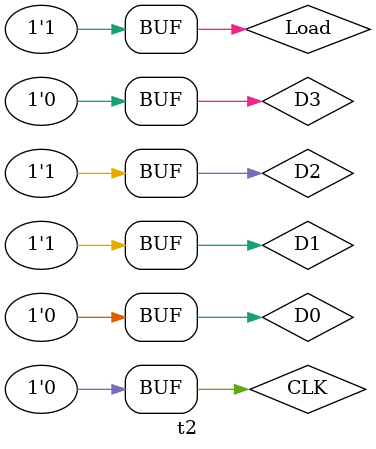
<source format=v>
`timescale 1ns / 1ps


module t2;

	// Inputs
	reg D0;
	reg D1;
	reg D2;
	reg D3;
	reg Load;
	reg CLK;

	// Outputs
	wire Q0;
	wire Q1;
	wire Q2;
	wire Q3;

	// Instantiate the Unit Under Test (UUT)
	RegisterWithParallelLoad uut (
		.Q0(Q0), 
		.Q1(Q1), 
		.Q2(Q2), 
		.Q3(Q3), 
		.D0(D0), 
		.D1(D1), 
		.D2(D2), 
		.D3(D3), 
		.Load(Load), 
		.CLK(CLK)
	);
	
	
initial repeat (20) #5 CLK = ~CLK;

	initial begin
		// Initialize Inputs
		D0 = 0;
		D1 = 1;
		D2 = 1;
		D3 = 0;
		Load = 1;
		CLK = 0;

		// Wait 100 ns for global reset to finish
		#100;
        
		// Add stimulus here

	end
      
endmodule


</source>
